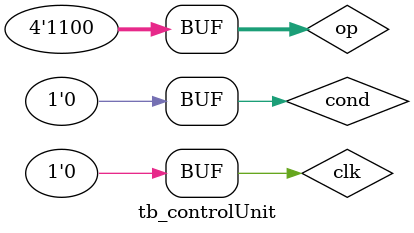
<source format=sv>
module tb_controlUnit();
	
	logic 		clk;
	logic [3:0] op;
	logic 		cond;
	logic 		GET8, PCSrc, ScalarWrite, VectorWrite, HistogramWrite, MemtoReg, MemWrite, Branch, HistSrc, FlagWrite, ImmSrc, VectorOrHistogram;
	logic [1:0] ALUControl;
	logic [2:0] LaneControl;
	
	controlUnit DUT(op, cond, GET8, PCSrc, ScalarWrite, VectorWrite, HistogramWrite, MemtoReg, MemWrite, Branch, HistSrc, FlagWrite, ImmSrc, VectorOrHistogram, ALUControl, LaneControl);
		
	always  
		begin 
			clk <= 1; 
			# 5; 
			clk <= 0; 
			# 5;
		end
	
	always 
		begin 
			# 10; 
			op 	<= 4'b0;
			cond 	<= 1'b0;
			# 10; 
			op 	<= 4'b1;
			cond 	<= 1'b0;
			# 10; 
			op 	<= 4'b10;
			cond 	<= 1'b0;
			# 10; 
			op 	<= 4'b11;
			cond 	<= 1'b0;
			# 10; 
			op 	<= 4'b100;
			cond 	<= 1'b0;
			# 10; 
			op 	<= 4'b101;
			cond 	<= 1'b0;
			# 10; 
			op 	<= 4'b110;
			cond 	<= 1'b0;
			# 10; 
			op 	<= 4'b111;
			cond 	<= 1'b0;
			# 10; 
			op 	<= 4'b1000;
			cond 	<= 1'b0;
			# 10; 
			op 	<= 4'b1001;
			cond 	<= 1'b0; 
			# 10; 
			op 	<= 4'b1010;
			cond 	<= 1'b0;
			# 10; 
			op 	<= 4'b1011;
			cond 	<= 1'b0;
			# 10; 
			op 	<= 4'b1100;
			cond 	<= 1'b0;

			
		end
		
endmodule

</source>
